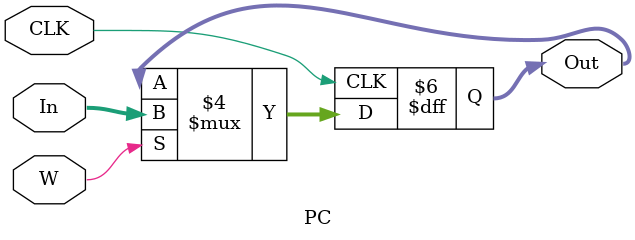
<source format=v>
module PC(
	input W,
	input CLK,
	input [31:0] In,
	output reg [31:0] Out
);
	initial begin
		Out=0;
	end
	always @ (posedge CLK) begin
		if(W) Out=In;
	end
endmodule
</source>
